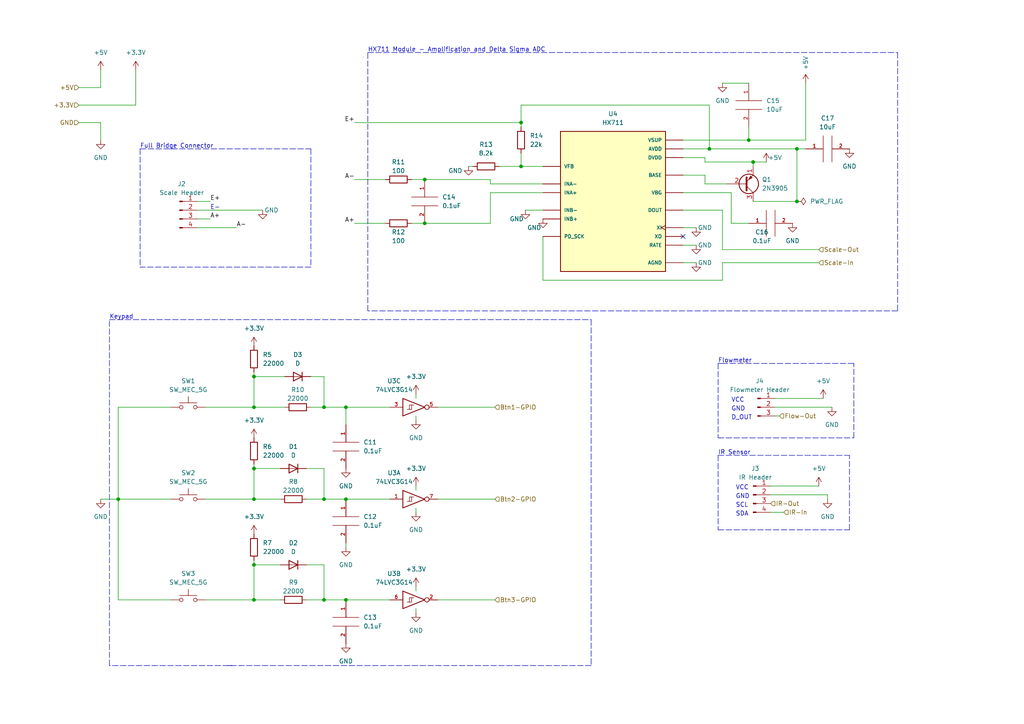
<source format=kicad_sch>
(kicad_sch (version 20211123) (generator eeschema)
  (paper "A4")
  (title_block (title "Sensor Subsystem") (date "2022-10-12") (company "Team 51 - Kool Keg") (comment 1 "By: Cole Kniffen"))
  (lib_symbols
    (symbol "74xGxx:74LVC3G14" (pin_names (offset 1.016))
      (property "Reference" "U" (at -2.54 3.81 0))
      (property "Value" "74LVC3G14" (at 0 -3.81 0))
      (symbol "74LVC3G14_0_1"
        (polyline (pts (xy -1.905 -0.635) (xy -1.27 -0.635) (xy -1.27 0.635)))
        (polyline (pts (xy -3.81 2.54) (xy -3.81 -2.54) (xy 2.54 0) (xy -3.81 2.54)) (stroke (width 0.254)))
        (polyline (pts (xy -2.54 -0.635) (xy -1.905 -0.635) (xy -1.905 0.635) (xy -0.635 0.635)))
        (pin power_in line (at 0 -2.54 270) (length 0) hide (name "GND") (number "4"))
        (pin power_in line (at 0 2.54 90) (length 0) hide (name "VCC") (number "8"))
      )
      (symbol "74LVC3G14_1_1"
        (pin input line (at -7.62 0 0) (length 3.81) (name "~") (number "1"))
        (pin output inverted (at 6.35 0 180) (length 3.81) (name "~") (number "7"))
      )
      (symbol "74LVC3G14_2_1"
        (pin output inverted (at 6.35 0 180) (length 3.81) (name "~") (number "2"))
        (pin input line (at -7.62 0 0) (length 3.81) (name "~") (number "6"))
      )
      (symbol "74LVC3G14_3_1"
        (pin input line (at -7.62 0 0) (length 3.81) (name "~") (number "3"))
        (pin output inverted (at 6.35 0 180) (length 3.81) (name "~") (number "5"))
      )
    )
    (symbol "Connector:Conn_01x03_Male" (pin_names (offset 1.016) hide)
      (property "Reference" "J" (at 0 5.08 0))
      (property "Value" "Conn_01x03_Male" (at 0 -5.08 0))
      (symbol "Conn_01x03_Male_1_1"
        (polyline (pts (xy 1.27 -2.54) (xy 0.8636 -2.54)) (stroke (width 0.1524)))
        (polyline (pts (xy 1.27 0) (xy 0.8636 0)) (stroke (width 0.1524)))
        (polyline (pts (xy 1.27 2.54) (xy 0.8636 2.54)) (stroke (width 0.1524)))
        (rectangle (start 0.8636 -2.413) (end 0 -2.667) (stroke (width 0.1524)) (fill (type outline)))
        (rectangle (start 0.8636 0.127) (end 0 -0.127) (stroke (width 0.1524)) (fill (type outline)))
        (rectangle (start 0.8636 2.667) (end 0 2.413) (stroke (width 0.1524)) (fill (type outline)))
        (pin passive line (at 5.08 2.54 180) (length 3.81) (name "Pin_1") (number "1"))
        (pin passive line (at 5.08 0 180) (length 3.81) (name "Pin_2") (number "2"))
        (pin passive line (at 5.08 -2.54 180) (length 3.81) (name "Pin_3") (number "3"))
      )
    )
    (symbol "Connector:Conn_01x04_Male" (pin_names (offset 1.016) hide)
      (property "Reference" "J" (at 0 5.08 0))
      (property "Value" "Conn_01x04_Male" (at 0 -7.62 0))
      (symbol "Conn_01x04_Male_1_1"
        (polyline (pts (xy 1.27 -5.08) (xy 0.8636 -5.08)) (stroke (width 0.1524)))
        (polyline (pts (xy 1.27 -2.54) (xy 0.8636 -2.54)) (stroke (width 0.1524)))
        (polyline (pts (xy 1.27 0) (xy 0.8636 0)) (stroke (width 0.1524)))
        (polyline (pts (xy 1.27 2.54) (xy 0.8636 2.54)) (stroke (width 0.1524)))
        (rectangle (start 0.8636 -4.953) (end 0 -5.207) (stroke (width 0.1524)) (fill (type outline)))
        (rectangle (start 0.8636 -2.413) (end 0 -2.667) (stroke (width 0.1524)) (fill (type outline)))
        (rectangle (start 0.8636 0.127) (end 0 -0.127) (stroke (width 0.1524)) (fill (type outline)))
        (rectangle (start 0.8636 2.667) (end 0 2.413) (stroke (width 0.1524)) (fill (type outline)))
        (pin passive line (at 5.08 2.54 180) (length 3.81) (name "Pin_1") (number "1"))
        (pin passive line (at 5.08 0 180) (length 3.81) (name "Pin_2") (number "2"))
        (pin passive line (at 5.08 -2.54 180) (length 3.81) (name "Pin_3") (number "3"))
        (pin passive line (at 5.08 -5.08 180) (length 3.81) (name "Pin_4") (number "4"))
      )
    )
    (symbol "Device:D" (pin_numbers hide) (pin_names (offset 1.016) hide)
      (property "Reference" "D" (at 0 2.54 0))
      (property "Value" "D" (at 0 -2.54 0))
      (symbol "D_0_1"
        (polyline (pts (xy -1.27 1.27) (xy -1.27 -1.27)) (stroke (width 0.254)))
        (polyline (pts (xy 1.27 0) (xy -1.27 0)))
        (polyline (pts (xy 1.27 1.27) (xy 1.27 -1.27) (xy -1.27 0) (xy 1.27 1.27)) (stroke (width 0.254)))
      )
      (symbol "D_1_1"
        (pin passive line (at -3.81 0 0) (length 2.54) (name "K") (number "1"))
        (pin passive line (at 3.81 0 180) (length 2.54) (name "A") (number "2"))
      )
    )
    (symbol "Device:R" (pin_numbers hide) (pin_names (offset 0))
      (property "Reference" "R" (at 2.032 0 90))
      (property "Value" "R" (at 0 0 90))
      (symbol "R_0_1"
        (rectangle (start -1.016 -2.54) (end 1.016 2.54) (stroke (width 0.254)))
      )
      (symbol "R_1_1"
        (pin passive line (at 0 3.81 270) (length 1.27) (name "~") (number "1"))
        (pin passive line (at 0 -3.81 90) (length 1.27) (name "~") (number "2"))
      )
    )
    (symbol "HX711_1" (pin_numbers hide) (pin_names (offset 1.016))
      (property "Reference" "U" (at -15.24 22.86 0))
      (property "Value" "HX711_1" (at -15.24 -25.4 0))
      (symbol "HX711_1_0_0"
        (rectangle (start -15.24 -20.32) (end 15.24 20.32) (stroke (width 0.254)) (fill (type background)))
        (pin power_in line (at 20.32 17.78 180) (length 5.08) (name "VSUP") (number "1"))
        (pin input line (at -20.32 -5.08 0) (length 5.08) (name "INB+") (number "10"))
        (pin input line (at -20.32 -10.16 0) (length 5.08) (name "PD_SCK") (number "11"))
        (pin output line (at 20.32 -2.54 180) (length 5.08) (name "DOUT") (number "12"))
        (pin output line (at 20.32 -10.16 180) (length 5.08) (name "XO") (number "13"))
        (pin input clock (at 20.32 -7.62 180) (length 5.08) (name "XI") (number "14"))
        (pin input line (at 20.32 -12.7 180) (length 5.08) (name "RATE") (number "15"))
        (pin power_in line (at 20.32 12.7 180) (length 5.08) (name "DVDD") (number "16"))
        (pin output line (at 20.32 7.62 180) (length 5.08) (name "BASE") (number "2"))
        (pin power_in line (at 20.32 15.24 180) (length 5.08) (name "AVDD") (number "3"))
        (pin input line (at -20.32 10.16 0) (length 5.08) (name "VFB") (number "4"))
        (pin power_in line (at 20.32 -17.78 180) (length 5.08) (name "AGND") (number "5"))
        (pin output line (at 20.32 2.54 180) (length 5.08) (name "VBG") (number "6"))
        (pin input line (at -20.32 5.08 0) (length 5.08) (name "INA-") (number "7"))
        (pin input line (at -20.32 2.54 0) (length 5.08) (name "INA+") (number "8"))
        (pin input line (at -20.32 -2.54 0) (length 5.08) (name "INB-") (number "9"))
      )
    )
    (symbol "Switch:SW_Push" (pin_numbers hide) (pin_names (offset 1.016) hide)
      (property "Reference" "SW" (at 1.27 2.54 0))
      (property "Value" "SW_Push" (at 0 -1.524 0))
      (symbol "SW_Push_0_1"
        (circle (center -2.032 0) (radius 0.508))
        (polyline (pts (xy 0 1.27) (xy 0 3.048)))
        (polyline (pts (xy 2.54 1.27) (xy -2.54 1.27)))
        (circle (center 2.032 0) (radius 0.508))
        (pin passive line (at -5.08 0 0) (length 2.54) (name "1") (number "1"))
        (pin passive line (at 5.08 0 180) (length 2.54) (name "2") (number "2"))
      )
    )
    (symbol "Transistor_BJT:2N3905" (pin_names (offset 0) hide)
      (property "Reference" "Q" (at 5.08 1.905 0))
      (property "Value" "2N3905" (at 5.08 0 0))
      (symbol "2N3905_0_1"
        (polyline (pts (xy 0.635 0.635) (xy 2.54 2.54)))
        (polyline (pts (xy 0.635 -0.635) (xy 2.54 -2.54) (xy 2.54 -2.54)))
        (polyline (pts (xy 0.635 1.905) (xy 0.635 -1.905) (xy 0.635 -1.905)) (stroke (width 0.508)))
        (polyline (pts (xy 2.286 -1.778) (xy 1.778 -2.286) (xy 1.27 -1.27) (xy 2.286 -1.778) (xy 2.286 -1.778)) (fill (type outline)))
        (circle (center 1.27 0) (radius 2.8194) (stroke (width 0.254)))
      )
      (symbol "2N3905_1_1"
        (pin passive line (at 2.54 -5.08 90) (length 2.54) (name "E") (number "1"))
        (pin input line (at -5.08 0 0) (length 5.715) (name "B") (number "2"))
        (pin passive line (at 2.54 5.08 270) (length 2.54) (name "C") (number "3"))
      )
    )
    (symbol "power:+3.3V" (power) (pin_names (offset 0))
      (property "Value" "+3.3V" (at 0 3.556 0))
      (symbol "+3.3V_0_1"
        (polyline (pts (xy -0.762 1.27) (xy 0 2.54)))
        (polyline (pts (xy 0 0) (xy 0 2.54)))
        (polyline (pts (xy 0 2.54) (xy 0.762 1.27)))
      )
      (symbol "+3.3V_1_1"
        (pin power_in line (at 0 0 90) (length 0) hide (name "+3.3V") (number "1"))
      )
    )
    (symbol "power:+5V" (power) (pin_names (offset 0))
      (property "Value" "+5V" (at 0 3.556 0))
      (symbol "+5V_0_1"
        (polyline (pts (xy -0.762 1.27) (xy 0 2.54)))
        (polyline (pts (xy 0 0) (xy 0 2.54)))
        (polyline (pts (xy 0 2.54) (xy 0.762 1.27)))
      )
      (symbol "+5V_1_1"
        (pin power_in line (at 0 0 90) (length 0) hide (name "+5V") (number "1"))
      )
    )
    (symbol "power:GND" (power) (pin_names (offset 0))
      (property "Value" "GND" (at 0 -3.81 0))
      (symbol "GND_0_1"
        (polyline (pts (xy 0 0) (xy 0 -1.27) (xy 1.27 -1.27) (xy 0 -2.54) (xy -1.27 -1.27) (xy 0 -1.27)))
      )
      (symbol "GND_1_1"
        (pin power_in line (at 0 0 270) (length 0) hide (name "GND") (number "1"))
      )
    )
    (symbol "power:PWR_FLAG" (power) (pin_numbers hide) (pin_names (offset 0) hide)
      (property "Value" "PWR_FLAG" (at 0 3.81 0))
      (symbol "PWR_FLAG_0_0"
        (pin power_out line (at 0 0 90) (length 0) (name "pwr") (number "1"))
      )
      (symbol "PWR_FLAG_0_1"
        (polyline (pts (xy 0 0) (xy 0 1.27) (xy -1.016 1.905) (xy 0 2.54) (xy 1.016 1.905) (xy 0 1.27)))
      )
    )
    (symbol "pspice:CAP" (pin_names (offset 0.254))
      (property "Reference" "C" (at 2.54 3.81 90))
      (property "Value" "CAP" (at 2.54 -3.81 90))
      (symbol "CAP_0_1"
        (polyline (pts (xy -3.81 -1.27) (xy 3.81 -1.27)))
        (polyline (pts (xy -3.81 1.27) (xy 3.81 1.27)))
      )
      (symbol "CAP_1_1"
        (pin passive line (at 0 6.35 270) (length 5.08) (name "~") (number "1"))
        (pin passive line (at 0 -6.35 90) (length 5.08) (name "~") (number "2"))
      )
    )
  )
  (junction (at 73.66 163.83))
  (junction (at 151.13 48.26))
  (junction (at 34.29 144.78))
  (junction (at 93.98 173.99))
  (junction (at 100.33 118.11))
  (junction (at 100.33 144.78))
  (junction (at 205.74 43.18))
  (junction (at 73.66 135.89))
  (junction (at 100.33 173.99))
  (junction (at 73.66 109.22))
  (junction (at 231.14 58.42))
  (junction (at 218.44 46.99))
  (junction (at 93.98 118.11))
  (junction (at 73.66 118.11))
  (junction (at 73.66 144.78))
  (junction (at 151.13 35.56))
  (junction (at 93.98 144.78))
  (junction (at 217.17 40.64))
  (junction (at 73.66 173.99))
  (junction (at 123.19 64.77))
  (junction (at 231.14 43.18))
  (junction (at 123.19 52.07))
  (no_connect (at 198.12 68.58))
  (polyline (pts (xy 246.38 153.67) (xy 246.38 132.08)))
  (polyline (pts (xy 105.41 16.51) (xy 105.41 16.51)))
  (polyline (pts (xy 171.45 193.04) (xy 31.75 193.04)))
  (wire (pts (xy 49.53 118.11) (xy 34.29 118.11)))
  (wire (pts (xy 123.19 52.07) (xy 142.24 52.07)))
  (polyline (pts (xy 208.28 132.08) (xy 208.28 153.67)))
  (wire (pts (xy 22.86 35.56) (xy 29.21 35.56)))
  (wire (pts (xy 218.44 46.99) (xy 222.25 46.99)))
  (wire (pts (xy 57.15 60.96) (xy 76.2 60.96)))
  (wire (pts (xy 73.66 144.78) (xy 81.28 144.78)))
  (wire (pts (xy 100.33 118.11) (xy 100.33 123.19)))
  (wire (pts (xy 223.52 148.59) (xy 227.33 148.59)))
  (wire (pts (xy 88.9 135.89) (xy 93.98 135.89)))
  (wire (pts (xy 73.66 135.89) (xy 73.66 134.62)))
  (wire (pts (xy 120.65 176.53) (xy 120.65 177.8)))
  (wire (pts (xy 102.87 64.77) (xy 111.76 64.77)))
  (wire (pts (xy 233.68 40.64) (xy 233.68 24.13)))
  (wire (pts (xy 127 144.78) (xy 143.51 144.78)))
  (wire (pts (xy 73.66 135.89) (xy 73.66 144.78)))
  (wire (pts (xy 240.03 143.51) (xy 240.03 144.78)))
  (wire (pts (xy 29.21 25.4) (xy 22.86 25.4)))
  (wire (pts (xy 88.9 144.78) (xy 93.98 144.78)))
  (wire (pts (xy 120.65 114.3) (xy 120.65 115.57)))
  (wire (pts (xy 157.48 81.28) (xy 209.55 81.28)))
  (wire (pts (xy 93.98 135.89) (xy 93.98 144.78)))
  (wire (pts (xy 73.66 173.99) (xy 81.28 173.99)))
  (wire (pts (xy 120.65 140.97) (xy 120.65 142.24)))
  (wire (pts (xy 201.93 76.2) (xy 198.12 76.2)))
  (wire (pts (xy 209.55 72.39) (xy 237.49 72.39)))
  (wire (pts (xy 135.89 48.26) (xy 137.16 48.26)))
  (wire (pts (xy 90.17 118.11) (xy 93.98 118.11)))
  (wire (pts (xy 231.14 43.18) (xy 231.14 58.42)))
  (wire (pts (xy 151.13 30.48) (xy 205.74 30.48)))
  (wire (pts (xy 102.87 35.56) (xy 151.13 35.56)))
  (wire (pts (xy 204.47 50.8) (xy 204.47 53.34)))
  (wire (pts (xy 198.12 45.72) (xy 204.47 45.72)))
  (polyline (pts (xy 247.65 127) (xy 247.65 105.41)))
  (wire (pts (xy 59.69 173.99) (xy 73.66 173.99)))
  (wire (pts (xy 224.79 120.65) (xy 226.06 120.65)))
  (wire (pts (xy 73.66 109.22) (xy 73.66 118.11)))
  (wire (pts (xy 218.44 46.99) (xy 218.44 48.26)))
  (wire (pts (xy 73.66 118.11) (xy 82.55 118.11)))
  (wire (pts (xy 93.98 109.22) (xy 93.98 118.11)))
  (wire (pts (xy 142.24 55.88) (xy 157.48 55.88)))
  (wire (pts (xy 231.14 43.18) (xy 233.68 43.18)))
  (polyline (pts (xy 90.17 77.47) (xy 40.64 77.47)))
  (wire (pts (xy 22.86 30.48) (xy 39.37 30.48)))
  (wire (pts (xy 57.15 66.04) (xy 68.58 66.04)))
  (wire (pts (xy 209.55 24.13) (xy 217.17 24.13)))
  (wire (pts (xy 88.9 173.99) (xy 93.98 173.99)))
  (wire (pts (xy 34.29 144.78) (xy 34.29 173.99)))
  (wire (pts (xy 204.47 45.72) (xy 204.47 46.99)))
  (wire (pts (xy 93.98 118.11) (xy 100.33 118.11)))
  (wire (pts (xy 29.21 35.56) (xy 29.21 40.64)))
  (polyline (pts (xy 208.28 132.08) (xy 246.38 132.08)))
  (wire (pts (xy 120.65 120.65) (xy 120.65 121.92)))
  (wire (pts (xy 34.29 144.78) (xy 49.53 144.78)))
  (wire (pts (xy 119.38 52.07) (xy 123.19 52.07)))
  (wire (pts (xy 100.33 118.11) (xy 113.03 118.11)))
  (wire (pts (xy 142.24 53.34) (xy 157.48 53.34)))
  (wire (pts (xy 59.69 144.78) (xy 73.66 144.78)))
  (wire (pts (xy 201.93 71.12) (xy 198.12 71.12)))
  (wire (pts (xy 93.98 144.78) (xy 100.33 144.78)))
  (wire (pts (xy 151.13 30.48) (xy 151.13 35.56)))
  (wire (pts (xy 151.13 35.56) (xy 151.13 36.83)))
  (wire (pts (xy 93.98 173.99) (xy 100.33 173.99)))
  (polyline (pts (xy 40.64 43.18) (xy 40.64 77.47)))
  (polyline (pts (xy 247.65 105.41) (xy 209.55 105.41)))
  (wire (pts (xy 127 118.11) (xy 143.51 118.11)))
  (wire (pts (xy 119.38 64.77) (xy 123.19 64.77)))
  (wire (pts (xy 93.98 163.83) (xy 93.98 173.99)))
  (wire (pts (xy 127 173.99) (xy 143.51 173.99)))
  (wire (pts (xy 209.55 81.28) (xy 209.55 76.2)))
  (wire (pts (xy 217.17 36.83) (xy 217.17 40.64)))
  (polyline (pts (xy 171.45 92.71) (xy 171.45 193.04)))
  (wire (pts (xy 73.66 163.83) (xy 73.66 162.56)))
  (wire (pts (xy 224.79 118.11) (xy 241.3 118.11)))
  (wire (pts (xy 218.44 58.42) (xy 231.14 58.42)))
  (wire (pts (xy 204.47 50.8) (xy 198.12 50.8)))
  (wire (pts (xy 73.66 135.89) (xy 81.28 135.89)))
  (wire (pts (xy 120.65 147.32) (xy 120.65 148.59)))
  (wire (pts (xy 142.24 52.07) (xy 142.24 53.34)))
  (wire (pts (xy 212.09 64.77) (xy 217.17 64.77)))
  (wire (pts (xy 39.37 20.32) (xy 39.37 30.48)))
  (wire (pts (xy 29.21 20.32) (xy 29.21 25.4)))
  (polyline (pts (xy 67.31 193.04) (xy 66.04 193.04)))
  (wire (pts (xy 59.69 118.11) (xy 73.66 118.11)))
  (wire (pts (xy 157.48 68.58) (xy 157.48 81.28)))
  (polyline (pts (xy 209.55 105.41) (xy 208.28 105.41)))
  (wire (pts (xy 198.12 55.88) (xy 212.09 55.88)))
  (wire (pts (xy 204.47 53.34) (xy 210.82 53.34)))
  (wire (pts (xy 209.55 76.2) (xy 237.49 76.2)))
  (polyline (pts (xy 260.35 90.17) (xy 106.68 90.17)))
  (wire (pts (xy 102.87 52.07) (xy 111.76 52.07)))
  (wire (pts (xy 34.29 118.11) (xy 34.29 144.78)))
  (wire (pts (xy 34.29 173.99) (xy 49.53 173.99)))
  (polyline (pts (xy 260.35 15.24) (xy 260.35 90.17)))
  (wire (pts (xy 100.33 157.48) (xy 100.33 158.75)))
  (wire (pts (xy 198.12 43.18) (xy 205.74 43.18)))
  (wire (pts (xy 73.66 109.22) (xy 82.55 109.22)))
  (polyline (pts (xy 90.17 43.18) (xy 90.17 77.47)))
  (wire (pts (xy 205.74 43.18) (xy 231.14 43.18)))
  (wire (pts (xy 223.52 140.97) (xy 237.49 140.97)))
  (polyline (pts (xy 208.28 153.67) (xy 246.38 153.67)))
  (wire (pts (xy 205.74 30.48) (xy 205.74 43.18)))
  (wire (pts (xy 201.93 66.04) (xy 198.12 66.04)))
  (wire (pts (xy 123.19 64.77) (xy 142.24 64.77)))
  (wire (pts (xy 151.13 44.45) (xy 151.13 48.26)))
  (polyline (pts (xy 106.68 15.24) (xy 260.35 15.24)))
  (wire (pts (xy 144.78 48.26) (xy 151.13 48.26)))
  (wire (pts (xy 73.66 163.83) (xy 81.28 163.83)))
  (wire (pts (xy 120.65 170.18) (xy 120.65 171.45)))
  (wire (pts (xy 142.24 64.77) (xy 142.24 55.88)))
  (polyline (pts (xy 106.68 90.17) (xy 106.68 15.24)))
  (wire (pts (xy 73.66 163.83) (xy 73.66 173.99)))
  (wire (pts (xy 29.21 144.78) (xy 34.29 144.78)))
  (wire (pts (xy 198.12 60.96) (xy 209.55 60.96)))
  (wire (pts (xy 217.17 40.64) (xy 233.68 40.64)))
  (polyline (pts (xy 208.28 105.41) (xy 208.28 127)))
  (polyline (pts (xy 208.28 127) (xy 247.65 127)))
  (polyline (pts (xy 31.75 92.71) (xy 171.45 92.71)))
  (wire (pts (xy 198.12 40.64) (xy 217.17 40.64)))
  (wire (pts (xy 212.09 55.88) (xy 212.09 64.77)))
  (polyline (pts (xy 31.75 193.04) (xy 31.75 92.71)))
  (wire (pts (xy 88.9 163.83) (xy 93.98 163.83)))
  (wire (pts (xy 100.33 144.78) (xy 113.03 144.78)))
  (polyline (pts (xy 40.64 43.18) (xy 90.17 43.18)))
  (wire (pts (xy 224.79 115.57) (xy 238.76 115.57)))
  (wire (pts (xy 90.17 109.22) (xy 93.98 109.22)))
  (wire (pts (xy 209.55 60.96) (xy 209.55 72.39)))
  (wire (pts (xy 100.33 173.99) (xy 113.03 173.99)))
  (wire (pts (xy 204.47 46.99) (xy 218.44 46.99)))
  (wire (pts (xy 57.15 58.42) (xy 60.96 58.42)))
  (wire (pts (xy 57.15 63.5) (xy 60.96 63.5)))
  (wire (pts (xy 151.13 48.26) (xy 157.48 48.26)))
  (wire (pts (xy 223.52 143.51) (xy 240.03 143.51)))
  (wire (pts (xy 73.66 109.22) (xy 73.66 107.95)))
  (wire (pts (xy 152.4 60.96) (xy 157.48 60.96)))
  (text "IR Sensor" (at 208.28 132.08 0) (effects (font (size 1.27 1.27)) (justify left bottom)))
  (text "GND" (at 212.09 119.38 0) (effects (font (size 1.27 1.27)) (justify left bottom)))
  (text "D_OUT" (at 212.09 121.92 0) (effects (font (size 1.27 1.27)) (justify left bottom)))
  (text "GND" (at 213.36 144.78 0) (effects (font (size 1.27 1.27)) (justify left bottom)))
  (text "VCC" (at 212.09 116.84 0) (effects (font (size 1.27 1.27)) (justify left bottom)))
  (text "Flowmeter" (at 208.28 105.41 0) (effects (font (size 1.27 1.27)) (justify left bottom)))
  (text "SDA" (at 213.36 149.86 0) (effects (font (size 1.27 1.27)) (justify left bottom)))
  (text "VCC" (at 213.36 142.24 0) (effects (font (size 1.27 1.27)) (justify left bottom)))
  (text "HX711 Module - Amplification and Delta Sigma ADC" (at 106.68 15.24 0) (effects (font (size 1.27 1.27)) (justify left bottom)))
  (text "Full Bridge Connector" (at 40.64 43.18 0) (effects (font (size 1.27 1.27)) (justify left bottom)))
  (text "SCL" (at 213.36 147.32 0) (effects (font (size 1.27 1.27)) (justify left bottom)))
  (text "E-\n" (at 60.96 60.96 0) (effects (font (size 1.27 1.27)) (justify left bottom)))
  (text "Keypad" (at 31.75 92.71 0) (effects (font (size 1.27 1.27)) (justify left bottom)))
  (label "E+" (at 60.96 58.42 0))
  (label "A-" (at 102.87 52.07 180))
  (label "A+" (at 102.87 64.77 180))
  (label "A+" (at 60.96 63.5 0))
  (label "A-" (at 68.58 66.04 0))
  (label "E+" (at 102.87 35.56 180))
  (hierarchical_label "Scale-Out" (shape input) (at 237.49 72.39 0))
  (hierarchical_label "IR-In" (shape input) (at 227.33 148.59 0))
  (hierarchical_label "+3.3V" (shape input) (at 22.86 30.48 180))
  (hierarchical_label "Btn1-GPIO" (shape input) (at 143.51 118.11 0))
  (hierarchical_label "Scale-In" (shape input) (at 237.49 76.2 0))
  (hierarchical_label "+5V" (shape input) (at 22.86 25.4 180))
  (hierarchical_label "GND" (shape input) (at 22.86 35.56 180))
  (hierarchical_label "IR-Out" (shape input) (at 223.52 146.05 0))
  (hierarchical_label "Btn2-GPIO" (shape input) (at 143.51 144.78 0))
  (hierarchical_label "Btn3-GPIO" (shape input) (at 143.51 173.99 0))
  (hierarchical_label "Flow-Out" (shape input) (at 226.06 120.65 0))
  (symbol (lib_id "power:+5V") (at 237.49 140.97 0) (unit 1)
    (property "Reference" "#PWR041" (effects hide))
    (property "Value" "+5V" (at 237.49 135.89 0))
  )
  (symbol (lib_id "power:PWR_FLAG") (at 231.14 58.42 270) (unit 1)
    (property "Reference" "#FLG03" (effects hide))
    (property "Value" "PWR_FLAG" (at 234.95 58.4199 90) (effects (justify left)))
  )
  (symbol (lib_id "Device:D") (at 86.36 109.22 180) (unit 1)
    (property "Reference" "D3" (at 86.36 102.87 0))
    (property "Value" "D" (at 86.36 105.41 0))
    (property "Footprint" "Diode_SMD:D_0805_2012Metric_Pad1.15x1.40mm_HandSolder" (effects hide))
  )
  (symbol (lib_id "power:GND") (at 201.93 71.12 0) (unit 1)
    (property "Reference" "#PWR035" (effects hide))
    (property "Value" "GND" (at 204.47 71.12 0))
  )
  (symbol (lib_id "power:GND") (at 246.38 43.18 0) (unit 1)
    (property "Reference" "#PWR045" (effects hide))
    (property "Value" "GND" (at 246.38 48.26 0))
  )
  (symbol (lib_id "Device:R") (at 73.66 130.81 0) (unit 1)
    (property "Reference" "R6" (at 76.2 129.5399 0) (effects (justify left)))
    (property "Value" "22000" (at 76.2 132.0799 0) (effects (justify left)))
    (property "Footprint" "Resistor_SMD:R_0805_2012Metric_Pad1.20x1.40mm_HandSolder" (effects hide))
  )
  (symbol (lib_id "Switch:SW_Push") (at 54.61 173.99 0) (unit 1)
    (property "Reference" "SW3" (at 54.61 166.37 0))
    (property "Value" "SW_MEC_5G" (at 54.61 168.91 0))
    (property "Footprint" "Button_Switch_THT:SW_PUSH-12mm" (effects hide))
  )
  (symbol (lib_id "power:GND") (at 135.89 48.26 0) (unit 1)
    (property "Reference" "#PWR031" (effects hide))
    (property "Value" "GND" (at 132.08 49.53 0))
  )
  (symbol (lib_id "power:GND") (at 29.21 40.64 0) (unit 1)
    (property "Reference" "#PWR015" (effects hide))
    (property "Value" "GND" (at 29.21 45.72 0))
  )
  (symbol (lib_id "Device:R") (at 86.36 118.11 90) (unit 1)
    (property "Reference" "R10" (at 86.36 113.03 90))
    (property "Value" "22000" (at 86.36 115.57 90))
    (property "Footprint" "Resistor_SMD:R_0805_2012Metric_Pad1.20x1.40mm_HandSolder" (effects hide))
  )
  (symbol (lib_id "power:+3.3V") (at 73.66 100.33 0) (unit 1)
    (property "Reference" "#PWR018" (effects hide))
    (property "Value" "+3.3V" (at 73.66 95.25 0))
  )
  (symbol (lib_id "power:+3.3V") (at 120.65 114.3 0) (unit 1)
    (property "Reference" "#PWR025" (effects hide))
    (property "Value" "+3.3V" (at 120.65 109.22 0))
  )
  (symbol (lib_id "power:+5V") (at 233.68 24.13 0) (unit 1)
    (property "Reference" "#PWR040" (effects hide))
    (property "Value" "+5V" (at 233.68 20.32 90) (effects (justify left)))
  )
  (symbol (lib_id "Device:R") (at 151.13 40.64 0) (unit 1)
    (property "Reference" "R14" (at 153.67 39.3699 0) (effects (justify left)))
    (property "Value" "22k" (at 153.67 41.9099 0) (effects (justify left)))
    (property "Footprint" "Resistor_SMD:R_0805_2012Metric_Pad1.20x1.40mm_HandSolder" (effects hide))
  )
  (symbol (lib_id "Connector:Conn_01x04_Male") (at 218.44 143.51 0) (unit 1)
    (property "Reference" "J3" (at 219.075 135.89 0))
    (property "Value" "IR Header" (at 219.075 138.43 0))
    (property "Footprint" "Connector_PinHeader_2.00mm:PinHeader_1x04_P2.00mm_Vertical" (effects hide))
  )
  (symbol (lib_id "pspice:CAP") (at 223.52 64.77 90) (unit 1)
    (property "Reference" "C16" (at 220.98 67.31 90))
    (property "Value" "0.1uF" (at 220.98 69.85 90))
    (property "Footprint" "Capacitor_SMD:C_0805_2012Metric_Pad1.18x1.45mm_HandSolder" (effects hide))
  )
  (symbol (lib_id "74xGxx:74LVC3G14") (at 120.65 144.78 0) (unit 1)
    (property "Reference" "U3" (at 114.3 137.16 0))
    (property "Value" "74LVC3G14" (at 114.3 139.7 0))
    (property "Footprint" "Package_SO:MSOP-8_3x3mm_P0.65mm" (effects hide))
    (property "Datasheet" "https://www.ti.com/lit/ds/symlink/sn74lvc3g14.pdf" (effects hide))
  )
  (symbol (lib_id "power:+3.3V") (at 120.65 170.18 0) (unit 1)
    (property "Reference" "#PWR029" (effects hide))
    (property "Value" "+3.3V" (at 120.65 165.1 0))
  )
  (symbol (lib_id "pspice:CAP") (at 217.17 30.48 0) (unit 1)
    (property "Reference" "C15" (at 222.25 29.2099 0) (effects (justify left)))
    (property "Value" "10uF" (at 222.25 31.7499 0) (effects (justify left)))
    (property "Footprint" "Capacitor_SMD:C_0805_2012Metric_Pad1.18x1.45mm_HandSolder" (effects hide))
  )
  (symbol (lib_id "power:GND") (at 120.65 121.92 0) (unit 1)
    (property "Reference" "#PWR026" (effects hide))
    (property "Value" "GND" (at 120.65 127 0))
  )
  (symbol (lib_name "HX711_1") (lib_id "Sensor_System_Sen_Des:HX711") (at 177.8 58.42 0) (unit 1)
    (property "Reference" "U4" (at 177.8 33.02 0))
    (property "Value" "HX711" (at 177.8 35.56 0))
    (property "Footprint" "Package_SO:SOP-16_3.9x9.9mm_P1.27mm" (effects hide))
    (property "MAXIMUM_PACKAGE_HEIGHT" "1.8 mm" (effects hide))
    (property "STANDARD" "IPC-7351B" (effects hide))
    (property "PARTREV" "V2.0" (effects hide))
    (property "MANUFACTURER" "Avia Semiconductor" (effects hide))
    (property "SNAPEDA_PN" "HX711" (effects hide))
  )
  (symbol (lib_id "power:GND") (at 201.93 76.2 0) (unit 1)
    (property "Reference" "#PWR036" (effects hide))
    (property "Value" "GND" (at 204.47 76.2 0))
  )
  (symbol (lib_id "power:GND") (at 76.2 60.96 0) (unit 1)
    (property "Reference" "#PWR021" (effects hide))
    (property "Value" "GND" (at 78.74 60.96 0))
  )
  (symbol (lib_id "power:GND") (at 157.48 63.5 0) (unit 1)
    (property "Reference" "#PWR033" (effects hide))
    (property "Value" "GND" (at 154.94 66.04 0))
  )
  (symbol (lib_id "power:+5V") (at 238.76 115.57 0) (unit 1)
    (property "Reference" "#PWR042" (effects hide))
    (property "Value" "+5V" (at 238.76 110.49 0))
  )
  (symbol (lib_id "pspice:CAP") (at 100.33 180.34 0) (unit 1)
    (property "Reference" "C13" (at 105.41 179.0699 0) (effects (justify left)))
    (property "Value" "0.1uF" (at 105.41 181.6099 0) (effects (justify left)))
    (property "Footprint" "Capacitor_SMD:C_0805_2012Metric_Pad1.18x1.45mm_HandSolder" (effects hide))
  )
  (symbol (lib_id "Connector:Conn_01x04_Male") (at 52.07 60.96 0) (unit 1)
    (property "Reference" "J2" (at 52.705 53.34 0))
    (property "Value" "Scale Header" (at 52.705 55.88 0))
    (property "Footprint" "Connector_PinHeader_2.00mm:PinHeader_1x04_P2.00mm_Vertical" (effects hide))
  )
  (symbol (lib_id "power:GND") (at 240.03 144.78 0) (unit 1)
    (property "Reference" "#PWR043" (effects hide))
    (property "Value" "GND" (at 240.03 149.86 0))
  )
  (symbol (lib_id "Device:R") (at 73.66 158.75 0) (unit 1)
    (property "Reference" "R7" (at 76.2 157.4799 0) (effects (justify left)))
    (property "Value" "22000" (at 76.2 160.0199 0) (effects (justify left)))
    (property "Footprint" "Resistor_SMD:R_0805_2012Metric_Pad1.20x1.40mm_HandSolder" (effects hide))
  )
  (symbol (lib_id "Device:R") (at 85.09 173.99 90) (mirror x) (unit 1)
    (property "Reference" "R9" (at 85.09 168.91 90))
    (property "Value" "22000" (at 85.09 171.45 90))
    (property "Footprint" "Resistor_SMD:R_0805_2012Metric_Pad1.20x1.40mm_HandSolder" (effects hide))
  )
  (symbol (lib_id "power:+5V") (at 29.21 20.32 0) (unit 1)
    (property "Reference" "#PWR014" (effects hide))
    (property "Value" "+5V" (at 29.21 15.24 0))
  )
  (symbol (lib_id "74xGxx:74LVC3G14") (at 120.65 118.11 0) (unit 3)
    (property "Reference" "U3" (at 114.3 110.49 0))
    (property "Value" "74LVC3G14" (at 114.3 113.03 0))
    (property "Footprint" "Package_SO:MSOP-8_3x3mm_P0.65mm" (effects hide))
    (property "Datasheet" "https://www.ti.com/lit/ds/symlink/sn74lvc3g14.pdf" (effects hide))
  )
  (symbol (lib_id "power:+3.3V") (at 39.37 20.32 0) (unit 1)
    (property "Reference" "#PWR017" (effects hide))
    (property "Value" "+3.3V" (at 39.37 15.24 0))
  )
  (symbol (lib_id "Transistor_BJT:2N3905") (at 215.9 53.34 0) (mirror x) (unit 1)
    (property "Reference" "Q1" (at 220.98 52.0699 0) (effects (justify left)))
    (property "Value" "2N3905" (at 220.98 54.6099 0) (effects (justify left)))
    (property "Footprint" "Package_TO_SOT_THT:TO-92_Inline" (effects hide))
    (property "Datasheet" "https://www.nteinc.com/specs/original/2N3905_06.pdf" (effects hide))
  )
  (symbol (lib_id "power:GND") (at 241.3 118.11 0) (unit 1)
    (property "Reference" "#PWR044" (effects hide))
    (property "Value" "GND" (at 241.3 123.19 0))
  )
  (symbol (lib_id "power:GND") (at 209.55 24.13 0) (unit 1)
    (property "Reference" "#PWR037" (effects hide))
    (property "Value" "GND" (at 209.55 29.21 0))
  )
  (symbol (lib_id "pspice:CAP") (at 100.33 151.13 0) (unit 1)
    (property "Reference" "C12" (at 105.41 149.8599 0) (effects (justify left)))
    (property "Value" "0.1uF" (at 105.41 152.3999 0) (effects (justify left)))
    (property "Footprint" "Capacitor_SMD:C_0805_2012Metric_Pad1.18x1.45mm_HandSolder" (effects hide))
  )
  (symbol (lib_id "power:GND") (at 120.65 177.8 0) (unit 1)
    (property "Reference" "#PWR030" (effects hide))
    (property "Value" "GND" (at 120.65 182.88 0))
  )
  (symbol (lib_id "power:+3.3V") (at 73.66 127 0) (unit 1)
    (property "Reference" "#PWR019" (effects hide))
    (property "Value" "+3.3V" (at 73.66 121.92 0))
  )
  (symbol (lib_id "Device:R") (at 115.57 64.77 90) (unit 1)
    (property "Reference" "R12" (at 115.57 67.31 90))
    (property "Value" "100" (at 115.57 69.85 90))
    (property "Footprint" "Resistor_SMD:R_0805_2012Metric_Pad1.20x1.40mm_HandSolder" (effects hide))
  )
  (symbol (lib_id "Device:R") (at 73.66 104.14 0) (unit 1)
    (property "Reference" "R5" (at 76.2 102.8699 0) (effects (justify left)))
    (property "Value" "22000" (at 76.2 105.4099 0) (effects (justify left)))
    (property "Footprint" "Resistor_SMD:R_0805_2012Metric_Pad1.20x1.40mm_HandSolder" (effects hide))
  )
  (symbol (lib_id "power:+3.3V") (at 120.65 140.97 0) (unit 1)
    (property "Reference" "#PWR027" (effects hide))
    (property "Value" "+3.3V" (at 120.65 135.89 0))
  )
  (symbol (lib_id "power:GND") (at 120.65 148.59 0) (unit 1)
    (property "Reference" "#PWR028" (effects hide))
    (property "Value" "GND" (at 120.65 153.67 0))
  )
  (symbol (lib_id "pspice:CAP") (at 240.03 43.18 90) (unit 1)
    (property "Reference" "C17" (at 240.03 34.29 90))
    (property "Value" "10uF" (at 240.03 36.83 90))
    (property "Footprint" "Capacitor_SMD:C_0805_2012Metric_Pad1.18x1.45mm_HandSolder" (effects hide))
  )
  (symbol (lib_id "power:GND") (at 100.33 135.89 0) (unit 1)
    (property "Reference" "#PWR022" (effects hide))
    (property "Value" "GND" (at 100.33 140.97 0))
  )
  (symbol (lib_id "Switch:SW_Push") (at 54.61 144.78 0) (unit 1)
    (property "Reference" "SW2" (at 54.61 137.16 0))
    (property "Value" "SW_MEC_5G" (at 54.61 139.7 0))
    (property "Footprint" "Button_Switch_THT:SW_PUSH-12mm" (effects hide))
  )
  (symbol (lib_id "power:GND") (at 201.93 66.04 0) (unit 1)
    (property "Reference" "#PWR034" (effects hide))
    (property "Value" "GND" (at 204.47 66.04 0))
  )
  (symbol (lib_id "Connector:Conn_01x03_Male") (at 219.71 118.11 0) (unit 1)
    (property "Reference" "J4" (at 220.345 110.49 0))
    (property "Value" "Flowmeter Header" (at 220.345 113.03 0))
    (property "Footprint" "Connector_PinHeader_2.00mm:PinHeader_1x03_P2.00mm_Vertical" (effects hide))
  )
  (symbol (lib_id "power:GND") (at 29.21 144.78 0) (unit 1)
    (property "Reference" "#PWR016" (effects hide))
    (property "Value" "GND" (at 29.21 149.86 0))
  )
  (symbol (lib_id "power:+5V") (at 222.25 46.99 0) (unit 1)
    (property "Reference" "#PWR038" (effects hide))
    (property "Value" "+5V" (at 224.79 45.72 0))
  )
  (symbol (lib_id "Device:R") (at 140.97 48.26 90) (unit 1)
    (property "Reference" "R13" (at 140.97 41.91 90))
    (property "Value" "8.2k" (at 140.97 44.45 90))
    (property "Footprint" "Resistor_SMD:R_0805_2012Metric_Pad1.20x1.40mm_HandSolder" (effects hide))
  )
  (symbol (lib_id "power:GND") (at 229.87 64.77 0) (unit 1)
    (property "Reference" "#PWR039" (effects hide))
    (property "Value" "GND" (at 229.87 69.85 0))
  )
  (symbol (lib_id "Device:D") (at 85.09 163.83 180) (unit 1)
    (property "Reference" "D2" (at 85.09 157.48 0))
    (property "Value" "D" (at 85.09 160.02 0))
    (property "Footprint" "Diode_SMD:D_0805_2012Metric_Pad1.15x1.40mm_HandSolder" (effects hide))
  )
  (symbol (lib_id "power:GND") (at 100.33 186.69 0) (unit 1)
    (property "Reference" "#PWR024" (effects hide))
    (property "Value" "GND" (at 100.33 191.77 0))
  )
  (symbol (lib_id "Device:R") (at 85.09 144.78 270) (unit 1)
    (property "Reference" "R8" (at 85.09 139.7 90))
    (property "Value" "22000" (at 85.09 142.24 90))
    (property "Footprint" "Resistor_SMD:R_0805_2012Metric_Pad1.20x1.40mm_HandSolder" (effects hide))
  )
  (symbol (lib_id "pspice:CAP") (at 100.33 129.54 0) (unit 1)
    (property "Reference" "C11" (at 105.41 128.2699 0) (effects (justify left)))
    (property "Value" "0.1uF" (at 105.41 130.8099 0) (effects (justify left)))
    (property "Footprint" "Capacitor_SMD:C_0805_2012Metric_Pad1.18x1.45mm_HandSolder" (effects hide))
  )
  (symbol (lib_id "power:+3.3V") (at 73.66 154.94 0) (unit 1)
    (property "Reference" "#PWR020" (effects hide))
    (property "Value" "+3.3V" (at 73.66 149.86 0))
  )
  (symbol (lib_id "Switch:SW_Push") (at 54.61 118.11 0) (unit 1)
    (property "Reference" "SW1" (at 54.61 110.49 0))
    (property "Value" "SW_MEC_5G" (at 54.61 113.03 0))
    (property "Footprint" "Button_Switch_THT:SW_PUSH-12mm" (effects hide))
  )
  (symbol (lib_id "Device:D") (at 85.09 135.89 180) (unit 1)
    (property "Reference" "D1" (at 85.09 129.54 0))
    (property "Value" "D" (at 85.09 132.08 0))
    (property "Footprint" "Diode_SMD:D_0805_2012Metric_Pad1.15x1.40mm_HandSolder" (effects hide))
  )
  (symbol (lib_id "power:GND") (at 100.33 158.75 0) (unit 1)
    (property "Reference" "#PWR023" (effects hide))
    (property "Value" "GND" (at 100.33 163.83 0))
  )
  (symbol (lib_id "Device:R") (at 115.57 52.07 90) (unit 1)
    (property "Reference" "R11" (at 115.57 46.99 90))
    (property "Value" "100" (at 115.57 49.53 90))
    (property "Footprint" "Resistor_SMD:R_0805_2012Metric_Pad1.20x1.40mm_HandSolder" (effects hide))
  )
  (symbol (lib_id "power:GND") (at 152.4 60.96 0) (unit 1)
    (property "Reference" "#PWR032" (effects hide))
    (property "Value" "GND" (at 149.86 63.5 0))
  )
  (symbol (lib_id "pspice:CAP") (at 123.19 58.42 0) (unit 1)
    (property "Reference" "C14" (at 128.27 57.1499 0) (effects (justify left)))
    (property "Value" "0.1uF" (at 128.27 59.6899 0) (effects (justify left)))
    (property "Footprint" "Capacitor_SMD:C_0805_2012Metric_Pad1.18x1.45mm_HandSolder" (effects hide))
  )
  (symbol (lib_id "74xGxx:74LVC3G14") (at 120.65 173.99 0) (unit 2)
    (property "Reference" "U3" (at 114.3 166.37 0))
    (property "Value" "74LVC3G14" (at 114.3 168.91 0))
    (property "Footprint" "Package_SO:MSOP-8_3x3mm_P0.65mm" (effects hide))
    (property "Datasheet" "https://www.ti.com/lit/ds/symlink/sn74lvc3g14.pdf" (effects hide))
  )
)
</source>
